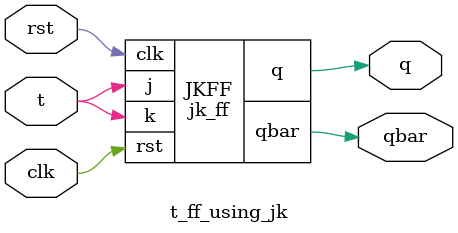
<source format=v>
`timescale 1ns / 1ps
module jk_ff(input clk,rst,j,k,output reg q=0,output qbar);
assign qbar=~q;
always@(posedge clk)
begin
if(!rst)
case({j,k})
2'b00:q<=q;
2'b01:q<=0;
2'b10:q<=1;
2'b11:q<=~q;
endcase
else
q<=0;
end
endmodule


module t_ff_using_jk(
    input rst,
    input clk,
    input t,
    output q,
    output qbar
    );
    jk_ff JKFF(rst,clk,t,t,q,qbar);
    
endmodule

</source>
